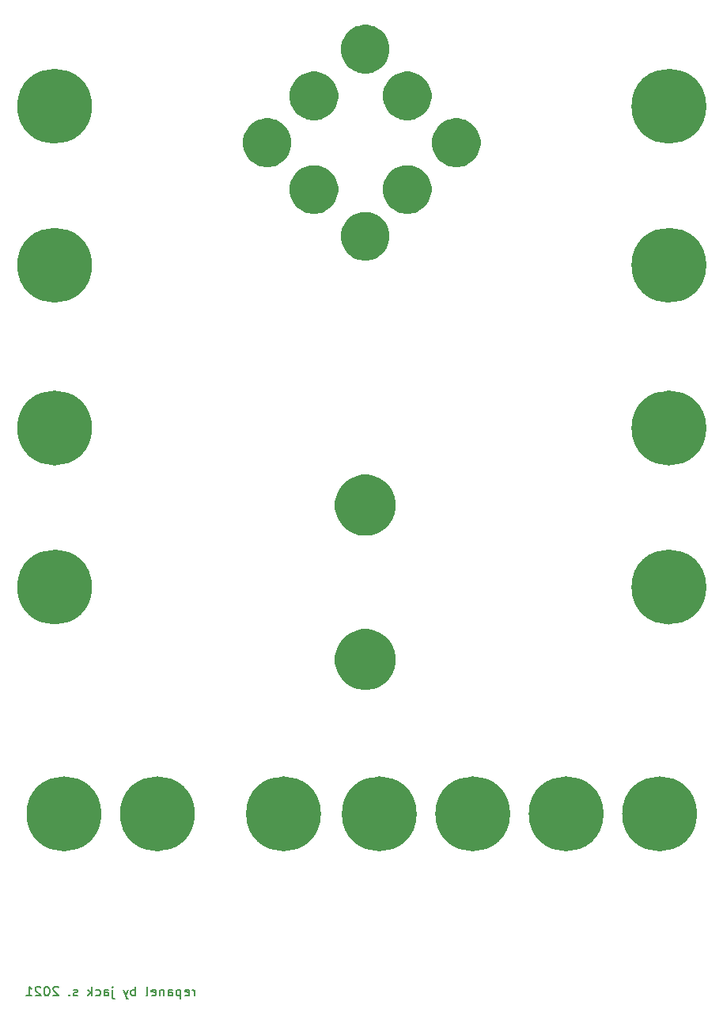
<source format=gbr>
G04 #@! TF.GenerationSoftware,KiCad,Pcbnew,(5.1.5-0)*
G04 #@! TF.CreationDate,2021-01-20T17:05:57-08:00*
G04 #@! TF.ProjectId,1050mixerseq,31303530-6d69-4786-9572-7365712e6b69,rev?*
G04 #@! TF.SameCoordinates,Original*
G04 #@! TF.FileFunction,Soldermask,Bot*
G04 #@! TF.FilePolarity,Negative*
%FSLAX46Y46*%
G04 Gerber Fmt 4.6, Leading zero omitted, Abs format (unit mm)*
G04 Created by KiCad (PCBNEW (5.1.5-0)) date 2021-01-20 17:05:57*
%MOMM*%
%LPD*%
G04 APERTURE LIST*
%ADD10C,1.000000*%
%ADD11C,0.150000*%
%ADD12C,0.100000*%
G04 APERTURE END LIST*
D10*
X12250000Y-102000000D02*
G75*
G03X12250000Y-102000000I-3500000J0D01*
G01*
X22250000Y-102000000D02*
G75*
G03X22250000Y-102000000I-3500000J0D01*
G01*
X35750000Y-102000000D02*
G75*
G03X35750000Y-102000000I-3500000J0D01*
G01*
X77000000Y-60750000D02*
G75*
G03X77000000Y-60750000I-3500000J0D01*
G01*
X77000000Y-43350000D02*
G75*
G03X77000000Y-43350000I-3500000J0D01*
G01*
X77000000Y-26350000D02*
G75*
G03X77000000Y-26350000I-3500000J0D01*
G01*
X77000000Y-77750000D02*
G75*
G03X77000000Y-77750000I-3500000J0D01*
G01*
X11250000Y-26350000D02*
G75*
G03X11250000Y-26350000I-3500000J0D01*
G01*
X76000000Y-102000000D02*
G75*
G03X76000000Y-102000000I-3500000J0D01*
G01*
X11250000Y-77750000D02*
G75*
G03X11250000Y-77750000I-3500000J0D01*
G01*
X11250000Y-43350000D02*
G75*
G03X11250000Y-43350000I-3500000J0D01*
G01*
D11*
X22726190Y-121452380D02*
X22726190Y-120785714D01*
X22726190Y-120976190D02*
X22678571Y-120880952D01*
X22630952Y-120833333D01*
X22535714Y-120785714D01*
X22440476Y-120785714D01*
X21726190Y-121404761D02*
X21821428Y-121452380D01*
X22011904Y-121452380D01*
X22107142Y-121404761D01*
X22154761Y-121309523D01*
X22154761Y-120928571D01*
X22107142Y-120833333D01*
X22011904Y-120785714D01*
X21821428Y-120785714D01*
X21726190Y-120833333D01*
X21678571Y-120928571D01*
X21678571Y-121023809D01*
X22154761Y-121119047D01*
X21250000Y-120785714D02*
X21250000Y-121785714D01*
X21250000Y-120833333D02*
X21154761Y-120785714D01*
X20964285Y-120785714D01*
X20869047Y-120833333D01*
X20821428Y-120880952D01*
X20773809Y-120976190D01*
X20773809Y-121261904D01*
X20821428Y-121357142D01*
X20869047Y-121404761D01*
X20964285Y-121452380D01*
X21154761Y-121452380D01*
X21250000Y-121404761D01*
X19916666Y-121452380D02*
X19916666Y-120928571D01*
X19964285Y-120833333D01*
X20059523Y-120785714D01*
X20250000Y-120785714D01*
X20345238Y-120833333D01*
X19916666Y-121404761D02*
X20011904Y-121452380D01*
X20250000Y-121452380D01*
X20345238Y-121404761D01*
X20392857Y-121309523D01*
X20392857Y-121214285D01*
X20345238Y-121119047D01*
X20250000Y-121071428D01*
X20011904Y-121071428D01*
X19916666Y-121023809D01*
X19440476Y-120785714D02*
X19440476Y-121452380D01*
X19440476Y-120880952D02*
X19392857Y-120833333D01*
X19297619Y-120785714D01*
X19154761Y-120785714D01*
X19059523Y-120833333D01*
X19011904Y-120928571D01*
X19011904Y-121452380D01*
X18154761Y-121404761D02*
X18250000Y-121452380D01*
X18440476Y-121452380D01*
X18535714Y-121404761D01*
X18583333Y-121309523D01*
X18583333Y-120928571D01*
X18535714Y-120833333D01*
X18440476Y-120785714D01*
X18250000Y-120785714D01*
X18154761Y-120833333D01*
X18107142Y-120928571D01*
X18107142Y-121023809D01*
X18583333Y-121119047D01*
X17535714Y-121452380D02*
X17630952Y-121404761D01*
X17678571Y-121309523D01*
X17678571Y-120452380D01*
X16392857Y-121452380D02*
X16392857Y-120452380D01*
X16392857Y-120833333D02*
X16297619Y-120785714D01*
X16107142Y-120785714D01*
X16011904Y-120833333D01*
X15964285Y-120880952D01*
X15916666Y-120976190D01*
X15916666Y-121261904D01*
X15964285Y-121357142D01*
X16011904Y-121404761D01*
X16107142Y-121452380D01*
X16297619Y-121452380D01*
X16392857Y-121404761D01*
X15583333Y-120785714D02*
X15345238Y-121452380D01*
X15107142Y-120785714D02*
X15345238Y-121452380D01*
X15440476Y-121690476D01*
X15488095Y-121738095D01*
X15583333Y-121785714D01*
X13964285Y-120785714D02*
X13964285Y-121642857D01*
X14011904Y-121738095D01*
X14107142Y-121785714D01*
X14154761Y-121785714D01*
X13964285Y-120452380D02*
X14011904Y-120500000D01*
X13964285Y-120547619D01*
X13916666Y-120500000D01*
X13964285Y-120452380D01*
X13964285Y-120547619D01*
X13059523Y-121452380D02*
X13059523Y-120928571D01*
X13107142Y-120833333D01*
X13202380Y-120785714D01*
X13392857Y-120785714D01*
X13488095Y-120833333D01*
X13059523Y-121404761D02*
X13154761Y-121452380D01*
X13392857Y-121452380D01*
X13488095Y-121404761D01*
X13535714Y-121309523D01*
X13535714Y-121214285D01*
X13488095Y-121119047D01*
X13392857Y-121071428D01*
X13154761Y-121071428D01*
X13059523Y-121023809D01*
X12154761Y-121404761D02*
X12250000Y-121452380D01*
X12440476Y-121452380D01*
X12535714Y-121404761D01*
X12583333Y-121357142D01*
X12630952Y-121261904D01*
X12630952Y-120976190D01*
X12583333Y-120880952D01*
X12535714Y-120833333D01*
X12440476Y-120785714D01*
X12250000Y-120785714D01*
X12154761Y-120833333D01*
X11726190Y-121452380D02*
X11726190Y-120452380D01*
X11630952Y-121071428D02*
X11345238Y-121452380D01*
X11345238Y-120785714D02*
X11726190Y-121166666D01*
X10202380Y-121404761D02*
X10107142Y-121452380D01*
X9916666Y-121452380D01*
X9821428Y-121404761D01*
X9773809Y-121309523D01*
X9773809Y-121261904D01*
X9821428Y-121166666D01*
X9916666Y-121119047D01*
X10059523Y-121119047D01*
X10154761Y-121071428D01*
X10202380Y-120976190D01*
X10202380Y-120928571D01*
X10154761Y-120833333D01*
X10059523Y-120785714D01*
X9916666Y-120785714D01*
X9821428Y-120833333D01*
X9345238Y-121357142D02*
X9297619Y-121404761D01*
X9345238Y-121452380D01*
X9392857Y-121404761D01*
X9345238Y-121357142D01*
X9345238Y-121452380D01*
X8154761Y-120547619D02*
X8107142Y-120500000D01*
X8011904Y-120452380D01*
X7773809Y-120452380D01*
X7678571Y-120500000D01*
X7630952Y-120547619D01*
X7583333Y-120642857D01*
X7583333Y-120738095D01*
X7630952Y-120880952D01*
X8202380Y-121452380D01*
X7583333Y-121452380D01*
X6964285Y-120452380D02*
X6869047Y-120452380D01*
X6773809Y-120500000D01*
X6726190Y-120547619D01*
X6678571Y-120642857D01*
X6630952Y-120833333D01*
X6630952Y-121071428D01*
X6678571Y-121261904D01*
X6726190Y-121357142D01*
X6773809Y-121404761D01*
X6869047Y-121452380D01*
X6964285Y-121452380D01*
X7059523Y-121404761D01*
X7107142Y-121357142D01*
X7154761Y-121261904D01*
X7202380Y-121071428D01*
X7202380Y-120833333D01*
X7154761Y-120642857D01*
X7107142Y-120547619D01*
X7059523Y-120500000D01*
X6964285Y-120452380D01*
X6250000Y-120547619D02*
X6202380Y-120500000D01*
X6107142Y-120452380D01*
X5869047Y-120452380D01*
X5773809Y-120500000D01*
X5726190Y-120547619D01*
X5678571Y-120642857D01*
X5678571Y-120738095D01*
X5726190Y-120880952D01*
X6297619Y-121452380D01*
X5678571Y-121452380D01*
X4726190Y-121452380D02*
X5297619Y-121452380D01*
X5011904Y-121452380D02*
X5011904Y-120452380D01*
X5107142Y-120595238D01*
X5202380Y-120690476D01*
X5297619Y-120738095D01*
D10*
X11250000Y-60750000D02*
G75*
G03X11250000Y-60750000I-3500000J0D01*
G01*
X46000000Y-102000000D02*
G75*
G03X46000000Y-102000000I-3500000J0D01*
G01*
X56000000Y-102000000D02*
G75*
G03X56000000Y-102000000I-3500000J0D01*
G01*
X66000000Y-102000000D02*
G75*
G03X66000000Y-102000000I-3500000J0D01*
G01*
D12*
G36*
X73104975Y-98958585D02*
G01*
X73404528Y-99018170D01*
X73968874Y-99251930D01*
X74476772Y-99591296D01*
X74908704Y-100023228D01*
X75248070Y-100531126D01*
X75481830Y-101095472D01*
X75601000Y-101694578D01*
X75601000Y-102305422D01*
X75481830Y-102904528D01*
X75248070Y-103468874D01*
X74908704Y-103976772D01*
X74476772Y-104408704D01*
X73968874Y-104748070D01*
X73404528Y-104981830D01*
X73104975Y-105041415D01*
X72805423Y-105101000D01*
X72194577Y-105101000D01*
X71895025Y-105041415D01*
X71595472Y-104981830D01*
X71031126Y-104748070D01*
X70523228Y-104408704D01*
X70091296Y-103976772D01*
X69751930Y-103468874D01*
X69518170Y-102904528D01*
X69399000Y-102305422D01*
X69399000Y-101694578D01*
X69518170Y-101095472D01*
X69751930Y-100531126D01*
X70091296Y-100023228D01*
X70523228Y-99591296D01*
X71031126Y-99251930D01*
X71595472Y-99018170D01*
X71895025Y-98958585D01*
X72194577Y-98899000D01*
X72805423Y-98899000D01*
X73104975Y-98958585D01*
G37*
G36*
X63104975Y-98958585D02*
G01*
X63404528Y-99018170D01*
X63968874Y-99251930D01*
X64476772Y-99591296D01*
X64908704Y-100023228D01*
X65248070Y-100531126D01*
X65481830Y-101095472D01*
X65601000Y-101694578D01*
X65601000Y-102305422D01*
X65481830Y-102904528D01*
X65248070Y-103468874D01*
X64908704Y-103976772D01*
X64476772Y-104408704D01*
X63968874Y-104748070D01*
X63404528Y-104981830D01*
X63104975Y-105041415D01*
X62805423Y-105101000D01*
X62194577Y-105101000D01*
X61895025Y-105041415D01*
X61595472Y-104981830D01*
X61031126Y-104748070D01*
X60523228Y-104408704D01*
X60091296Y-103976772D01*
X59751930Y-103468874D01*
X59518170Y-102904528D01*
X59399000Y-102305422D01*
X59399000Y-101694578D01*
X59518170Y-101095472D01*
X59751930Y-100531126D01*
X60091296Y-100023228D01*
X60523228Y-99591296D01*
X61031126Y-99251930D01*
X61595472Y-99018170D01*
X61895025Y-98958585D01*
X62194577Y-98899000D01*
X62805423Y-98899000D01*
X63104975Y-98958585D01*
G37*
G36*
X53104975Y-98958585D02*
G01*
X53404528Y-99018170D01*
X53968874Y-99251930D01*
X54476772Y-99591296D01*
X54908704Y-100023228D01*
X55248070Y-100531126D01*
X55481830Y-101095472D01*
X55601000Y-101694578D01*
X55601000Y-102305422D01*
X55481830Y-102904528D01*
X55248070Y-103468874D01*
X54908704Y-103976772D01*
X54476772Y-104408704D01*
X53968874Y-104748070D01*
X53404528Y-104981830D01*
X53104975Y-105041415D01*
X52805423Y-105101000D01*
X52194577Y-105101000D01*
X51895025Y-105041415D01*
X51595472Y-104981830D01*
X51031126Y-104748070D01*
X50523228Y-104408704D01*
X50091296Y-103976772D01*
X49751930Y-103468874D01*
X49518170Y-102904528D01*
X49399000Y-102305422D01*
X49399000Y-101694578D01*
X49518170Y-101095472D01*
X49751930Y-100531126D01*
X50091296Y-100023228D01*
X50523228Y-99591296D01*
X51031126Y-99251930D01*
X51595472Y-99018170D01*
X51895025Y-98958585D01*
X52194577Y-98899000D01*
X52805423Y-98899000D01*
X53104975Y-98958585D01*
G37*
G36*
X43104975Y-98958585D02*
G01*
X43404528Y-99018170D01*
X43968874Y-99251930D01*
X44476772Y-99591296D01*
X44908704Y-100023228D01*
X45248070Y-100531126D01*
X45481830Y-101095472D01*
X45601000Y-101694578D01*
X45601000Y-102305422D01*
X45481830Y-102904528D01*
X45248070Y-103468874D01*
X44908704Y-103976772D01*
X44476772Y-104408704D01*
X43968874Y-104748070D01*
X43404528Y-104981830D01*
X43104975Y-105041415D01*
X42805423Y-105101000D01*
X42194577Y-105101000D01*
X41895025Y-105041415D01*
X41595472Y-104981830D01*
X41031126Y-104748070D01*
X40523228Y-104408704D01*
X40091296Y-103976772D01*
X39751930Y-103468874D01*
X39518170Y-102904528D01*
X39399000Y-102305422D01*
X39399000Y-101694578D01*
X39518170Y-101095472D01*
X39751930Y-100531126D01*
X40091296Y-100023228D01*
X40523228Y-99591296D01*
X41031126Y-99251930D01*
X41595472Y-99018170D01*
X41895025Y-98958585D01*
X42194577Y-98899000D01*
X42805423Y-98899000D01*
X43104975Y-98958585D01*
G37*
G36*
X32854975Y-98958585D02*
G01*
X33154528Y-99018170D01*
X33718874Y-99251930D01*
X34226772Y-99591296D01*
X34658704Y-100023228D01*
X34998070Y-100531126D01*
X35231830Y-101095472D01*
X35351000Y-101694578D01*
X35351000Y-102305422D01*
X35231830Y-102904528D01*
X34998070Y-103468874D01*
X34658704Y-103976772D01*
X34226772Y-104408704D01*
X33718874Y-104748070D01*
X33154528Y-104981830D01*
X32854975Y-105041415D01*
X32555423Y-105101000D01*
X31944577Y-105101000D01*
X31645025Y-105041415D01*
X31345472Y-104981830D01*
X30781126Y-104748070D01*
X30273228Y-104408704D01*
X29841296Y-103976772D01*
X29501930Y-103468874D01*
X29268170Y-102904528D01*
X29149000Y-102305422D01*
X29149000Y-101694578D01*
X29268170Y-101095472D01*
X29501930Y-100531126D01*
X29841296Y-100023228D01*
X30273228Y-99591296D01*
X30781126Y-99251930D01*
X31345472Y-99018170D01*
X31645025Y-98958585D01*
X31944577Y-98899000D01*
X32555423Y-98899000D01*
X32854975Y-98958585D01*
G37*
G36*
X19354975Y-98958585D02*
G01*
X19654528Y-99018170D01*
X20218874Y-99251930D01*
X20726772Y-99591296D01*
X21158704Y-100023228D01*
X21498070Y-100531126D01*
X21731830Y-101095472D01*
X21851000Y-101694578D01*
X21851000Y-102305422D01*
X21731830Y-102904528D01*
X21498070Y-103468874D01*
X21158704Y-103976772D01*
X20726772Y-104408704D01*
X20218874Y-104748070D01*
X19654528Y-104981830D01*
X19354975Y-105041415D01*
X19055423Y-105101000D01*
X18444577Y-105101000D01*
X18145025Y-105041415D01*
X17845472Y-104981830D01*
X17281126Y-104748070D01*
X16773228Y-104408704D01*
X16341296Y-103976772D01*
X16001930Y-103468874D01*
X15768170Y-102904528D01*
X15649000Y-102305422D01*
X15649000Y-101694578D01*
X15768170Y-101095472D01*
X16001930Y-100531126D01*
X16341296Y-100023228D01*
X16773228Y-99591296D01*
X17281126Y-99251930D01*
X17845472Y-99018170D01*
X18145025Y-98958585D01*
X18444577Y-98899000D01*
X19055423Y-98899000D01*
X19354975Y-98958585D01*
G37*
G36*
X9354975Y-98958585D02*
G01*
X9654528Y-99018170D01*
X10218874Y-99251930D01*
X10726772Y-99591296D01*
X11158704Y-100023228D01*
X11498070Y-100531126D01*
X11731830Y-101095472D01*
X11851000Y-101694578D01*
X11851000Y-102305422D01*
X11731830Y-102904528D01*
X11498070Y-103468874D01*
X11158704Y-103976772D01*
X10726772Y-104408704D01*
X10218874Y-104748070D01*
X9654528Y-104981830D01*
X9354975Y-105041415D01*
X9055423Y-105101000D01*
X8444577Y-105101000D01*
X8145025Y-105041415D01*
X7845472Y-104981830D01*
X7281126Y-104748070D01*
X6773228Y-104408704D01*
X6341296Y-103976772D01*
X6001930Y-103468874D01*
X5768170Y-102904528D01*
X5649000Y-102305422D01*
X5649000Y-101694578D01*
X5768170Y-101095472D01*
X6001930Y-100531126D01*
X6341296Y-100023228D01*
X6773228Y-99591296D01*
X7281126Y-99251930D01*
X7845472Y-99018170D01*
X8145025Y-98958585D01*
X8444577Y-98899000D01*
X9055423Y-98899000D01*
X9354975Y-98958585D01*
G37*
G36*
X41634239Y-82311467D02*
G01*
X41948282Y-82373934D01*
X42539926Y-82619001D01*
X43072392Y-82974784D01*
X43525216Y-83427608D01*
X43880999Y-83960074D01*
X44126066Y-84551718D01*
X44251000Y-85179804D01*
X44251000Y-85820196D01*
X44126066Y-86448282D01*
X43880999Y-87039926D01*
X43525216Y-87572392D01*
X43072392Y-88025216D01*
X42539926Y-88380999D01*
X41948282Y-88626066D01*
X41634239Y-88688533D01*
X41320197Y-88751000D01*
X40679803Y-88751000D01*
X40365761Y-88688533D01*
X40051718Y-88626066D01*
X39460074Y-88380999D01*
X38927608Y-88025216D01*
X38474784Y-87572392D01*
X38119001Y-87039926D01*
X37873934Y-86448282D01*
X37749000Y-85820196D01*
X37749000Y-85179804D01*
X37873934Y-84551718D01*
X38119001Y-83960074D01*
X38474784Y-83427608D01*
X38927608Y-82974784D01*
X39460074Y-82619001D01*
X40051718Y-82373934D01*
X40365761Y-82311467D01*
X40679803Y-82249000D01*
X41320197Y-82249000D01*
X41634239Y-82311467D01*
G37*
G36*
X74104975Y-74708585D02*
G01*
X74404528Y-74768170D01*
X74968874Y-75001930D01*
X75476772Y-75341296D01*
X75908704Y-75773228D01*
X76248070Y-76281126D01*
X76481830Y-76845472D01*
X76601000Y-77444578D01*
X76601000Y-78055422D01*
X76481830Y-78654528D01*
X76248070Y-79218874D01*
X75908704Y-79726772D01*
X75476772Y-80158704D01*
X74968874Y-80498070D01*
X74404528Y-80731830D01*
X74104975Y-80791415D01*
X73805423Y-80851000D01*
X73194577Y-80851000D01*
X72895025Y-80791415D01*
X72595472Y-80731830D01*
X72031126Y-80498070D01*
X71523228Y-80158704D01*
X71091296Y-79726772D01*
X70751930Y-79218874D01*
X70518170Y-78654528D01*
X70399000Y-78055422D01*
X70399000Y-77444578D01*
X70518170Y-76845472D01*
X70751930Y-76281126D01*
X71091296Y-75773228D01*
X71523228Y-75341296D01*
X72031126Y-75001930D01*
X72595472Y-74768170D01*
X72895025Y-74708585D01*
X73194577Y-74649000D01*
X73805423Y-74649000D01*
X74104975Y-74708585D01*
G37*
G36*
X8354975Y-74708585D02*
G01*
X8654528Y-74768170D01*
X9218874Y-75001930D01*
X9726772Y-75341296D01*
X10158704Y-75773228D01*
X10498070Y-76281126D01*
X10731830Y-76845472D01*
X10851000Y-77444578D01*
X10851000Y-78055422D01*
X10731830Y-78654528D01*
X10498070Y-79218874D01*
X10158704Y-79726772D01*
X9726772Y-80158704D01*
X9218874Y-80498070D01*
X8654528Y-80731830D01*
X8354975Y-80791415D01*
X8055423Y-80851000D01*
X7444577Y-80851000D01*
X7145025Y-80791415D01*
X6845472Y-80731830D01*
X6281126Y-80498070D01*
X5773228Y-80158704D01*
X5341296Y-79726772D01*
X5001930Y-79218874D01*
X4768170Y-78654528D01*
X4649000Y-78055422D01*
X4649000Y-77444578D01*
X4768170Y-76845472D01*
X5001930Y-76281126D01*
X5341296Y-75773228D01*
X5773228Y-75341296D01*
X6281126Y-75001930D01*
X6845472Y-74768170D01*
X7145025Y-74708585D01*
X7444577Y-74649000D01*
X8055423Y-74649000D01*
X8354975Y-74708585D01*
G37*
G36*
X41634239Y-65811467D02*
G01*
X41948282Y-65873934D01*
X42539926Y-66119001D01*
X43072392Y-66474784D01*
X43525216Y-66927608D01*
X43880999Y-67460074D01*
X44126066Y-68051718D01*
X44251000Y-68679804D01*
X44251000Y-69320196D01*
X44126066Y-69948282D01*
X43880999Y-70539926D01*
X43525216Y-71072392D01*
X43072392Y-71525216D01*
X42539926Y-71880999D01*
X41948282Y-72126066D01*
X41634239Y-72188533D01*
X41320197Y-72251000D01*
X40679803Y-72251000D01*
X40365761Y-72188533D01*
X40051718Y-72126066D01*
X39460074Y-71880999D01*
X38927608Y-71525216D01*
X38474784Y-71072392D01*
X38119001Y-70539926D01*
X37873934Y-69948282D01*
X37749000Y-69320196D01*
X37749000Y-68679804D01*
X37873934Y-68051718D01*
X38119001Y-67460074D01*
X38474784Y-66927608D01*
X38927608Y-66474784D01*
X39460074Y-66119001D01*
X40051718Y-65873934D01*
X40365761Y-65811467D01*
X40679803Y-65749000D01*
X41320197Y-65749000D01*
X41634239Y-65811467D01*
G37*
G36*
X8354975Y-57708585D02*
G01*
X8654528Y-57768170D01*
X9218874Y-58001930D01*
X9726772Y-58341296D01*
X10158704Y-58773228D01*
X10498070Y-59281126D01*
X10731830Y-59845472D01*
X10851000Y-60444578D01*
X10851000Y-61055422D01*
X10731830Y-61654528D01*
X10498070Y-62218874D01*
X10158704Y-62726772D01*
X9726772Y-63158704D01*
X9218874Y-63498070D01*
X8654528Y-63731830D01*
X8354975Y-63791415D01*
X8055423Y-63851000D01*
X7444577Y-63851000D01*
X7145025Y-63791415D01*
X6845472Y-63731830D01*
X6281126Y-63498070D01*
X5773228Y-63158704D01*
X5341296Y-62726772D01*
X5001930Y-62218874D01*
X4768170Y-61654528D01*
X4649000Y-61055422D01*
X4649000Y-60444578D01*
X4768170Y-59845472D01*
X5001930Y-59281126D01*
X5341296Y-58773228D01*
X5773228Y-58341296D01*
X6281126Y-58001930D01*
X6845472Y-57768170D01*
X7145025Y-57708585D01*
X7444577Y-57649000D01*
X8055423Y-57649000D01*
X8354975Y-57708585D01*
G37*
G36*
X74104975Y-57708585D02*
G01*
X74404528Y-57768170D01*
X74968874Y-58001930D01*
X75476772Y-58341296D01*
X75908704Y-58773228D01*
X76248070Y-59281126D01*
X76481830Y-59845472D01*
X76601000Y-60444578D01*
X76601000Y-61055422D01*
X76481830Y-61654528D01*
X76248070Y-62218874D01*
X75908704Y-62726772D01*
X75476772Y-63158704D01*
X74968874Y-63498070D01*
X74404528Y-63731830D01*
X74104975Y-63791415D01*
X73805423Y-63851000D01*
X73194577Y-63851000D01*
X72895025Y-63791415D01*
X72595472Y-63731830D01*
X72031126Y-63498070D01*
X71523228Y-63158704D01*
X71091296Y-62726772D01*
X70751930Y-62218874D01*
X70518170Y-61654528D01*
X70399000Y-61055422D01*
X70399000Y-60444578D01*
X70518170Y-59845472D01*
X70751930Y-59281126D01*
X71091296Y-58773228D01*
X71523228Y-58341296D01*
X72031126Y-58001930D01*
X72595472Y-57768170D01*
X72895025Y-57708585D01*
X73194577Y-57649000D01*
X73805423Y-57649000D01*
X74104975Y-57708585D01*
G37*
G36*
X74104975Y-40308585D02*
G01*
X74404528Y-40368170D01*
X74968874Y-40601930D01*
X75476772Y-40941296D01*
X75908704Y-41373228D01*
X76248070Y-41881126D01*
X76481830Y-42445472D01*
X76601000Y-43044578D01*
X76601000Y-43655422D01*
X76481830Y-44254528D01*
X76248070Y-44818874D01*
X75908704Y-45326772D01*
X75476772Y-45758704D01*
X74968874Y-46098070D01*
X74404528Y-46331830D01*
X74104975Y-46391415D01*
X73805423Y-46451000D01*
X73194577Y-46451000D01*
X72895025Y-46391415D01*
X72595472Y-46331830D01*
X72031126Y-46098070D01*
X71523228Y-45758704D01*
X71091296Y-45326772D01*
X70751930Y-44818874D01*
X70518170Y-44254528D01*
X70399000Y-43655422D01*
X70399000Y-43044578D01*
X70518170Y-42445472D01*
X70751930Y-41881126D01*
X71091296Y-41373228D01*
X71523228Y-40941296D01*
X72031126Y-40601930D01*
X72595472Y-40368170D01*
X72895025Y-40308585D01*
X73194577Y-40249000D01*
X73805423Y-40249000D01*
X74104975Y-40308585D01*
G37*
G36*
X8354975Y-40308585D02*
G01*
X8654528Y-40368170D01*
X9218874Y-40601930D01*
X9726772Y-40941296D01*
X10158704Y-41373228D01*
X10498070Y-41881126D01*
X10731830Y-42445472D01*
X10851000Y-43044578D01*
X10851000Y-43655422D01*
X10731830Y-44254528D01*
X10498070Y-44818874D01*
X10158704Y-45326772D01*
X9726772Y-45758704D01*
X9218874Y-46098070D01*
X8654528Y-46331830D01*
X8354975Y-46391415D01*
X8055423Y-46451000D01*
X7444577Y-46451000D01*
X7145025Y-46391415D01*
X6845472Y-46331830D01*
X6281126Y-46098070D01*
X5773228Y-45758704D01*
X5341296Y-45326772D01*
X5001930Y-44818874D01*
X4768170Y-44254528D01*
X4649000Y-43655422D01*
X4649000Y-43044578D01*
X4768170Y-42445472D01*
X5001930Y-41881126D01*
X5341296Y-41373228D01*
X5773228Y-40941296D01*
X6281126Y-40601930D01*
X6845472Y-40368170D01*
X7145025Y-40308585D01*
X7444577Y-40249000D01*
X8055423Y-40249000D01*
X8354975Y-40308585D01*
G37*
G36*
X41507430Y-37698977D02*
G01*
X41758684Y-37748955D01*
X41954752Y-37830169D01*
X42232034Y-37945023D01*
X42232035Y-37945024D01*
X42658041Y-38229671D01*
X43020329Y-38591959D01*
X43210524Y-38876607D01*
X43304977Y-39017966D01*
X43501045Y-39491317D01*
X43601000Y-39993823D01*
X43601000Y-40506177D01*
X43501045Y-41008683D01*
X43304977Y-41482034D01*
X43304976Y-41482035D01*
X43020329Y-41908041D01*
X42658041Y-42270329D01*
X42395920Y-42445472D01*
X42232034Y-42554977D01*
X41954752Y-42669831D01*
X41758684Y-42751045D01*
X41507430Y-42801023D01*
X41256177Y-42851000D01*
X40743823Y-42851000D01*
X40492570Y-42801023D01*
X40241316Y-42751045D01*
X40045248Y-42669831D01*
X39767966Y-42554977D01*
X39604080Y-42445472D01*
X39341959Y-42270329D01*
X38979671Y-41908041D01*
X38695024Y-41482035D01*
X38695023Y-41482034D01*
X38498955Y-41008683D01*
X38399000Y-40506177D01*
X38399000Y-39993823D01*
X38498955Y-39491317D01*
X38695023Y-39017966D01*
X38789476Y-38876607D01*
X38979671Y-38591959D01*
X39341959Y-38229671D01*
X39767965Y-37945024D01*
X39767966Y-37945023D01*
X40045248Y-37830169D01*
X40241316Y-37748955D01*
X40492570Y-37698977D01*
X40743823Y-37649000D01*
X41256177Y-37649000D01*
X41507430Y-37698977D01*
G37*
G36*
X36007430Y-32698977D02*
G01*
X36258684Y-32748955D01*
X36454752Y-32830169D01*
X36732034Y-32945023D01*
X36732035Y-32945024D01*
X37158041Y-33229671D01*
X37520329Y-33591959D01*
X37710524Y-33876607D01*
X37804977Y-34017966D01*
X38001045Y-34491317D01*
X38101000Y-34993823D01*
X38101000Y-35506177D01*
X38001045Y-36008683D01*
X37804977Y-36482034D01*
X37804976Y-36482035D01*
X37520329Y-36908041D01*
X37158041Y-37270329D01*
X36873393Y-37460524D01*
X36732034Y-37554977D01*
X36505042Y-37649000D01*
X36258684Y-37751045D01*
X36007430Y-37801023D01*
X35756177Y-37851000D01*
X35243823Y-37851000D01*
X34992570Y-37801023D01*
X34741316Y-37751045D01*
X34494958Y-37649000D01*
X34267966Y-37554977D01*
X34126607Y-37460524D01*
X33841959Y-37270329D01*
X33479671Y-36908041D01*
X33195024Y-36482035D01*
X33195023Y-36482034D01*
X32998955Y-36008683D01*
X32899000Y-35506177D01*
X32899000Y-34993823D01*
X32998955Y-34491317D01*
X33195023Y-34017966D01*
X33289476Y-33876607D01*
X33479671Y-33591959D01*
X33841959Y-33229671D01*
X34267965Y-32945024D01*
X34267966Y-32945023D01*
X34545248Y-32830169D01*
X34741316Y-32748955D01*
X34992570Y-32698977D01*
X35243823Y-32649000D01*
X35756177Y-32649000D01*
X36007430Y-32698977D01*
G37*
G36*
X46007430Y-32698977D02*
G01*
X46258684Y-32748955D01*
X46454752Y-32830169D01*
X46732034Y-32945023D01*
X46732035Y-32945024D01*
X47158041Y-33229671D01*
X47520329Y-33591959D01*
X47710524Y-33876607D01*
X47804977Y-34017966D01*
X48001045Y-34491317D01*
X48101000Y-34993823D01*
X48101000Y-35506177D01*
X48001045Y-36008683D01*
X47804977Y-36482034D01*
X47804976Y-36482035D01*
X47520329Y-36908041D01*
X47158041Y-37270329D01*
X46873393Y-37460524D01*
X46732034Y-37554977D01*
X46505042Y-37649000D01*
X46258684Y-37751045D01*
X46007430Y-37801023D01*
X45756177Y-37851000D01*
X45243823Y-37851000D01*
X44992570Y-37801023D01*
X44741316Y-37751045D01*
X44494958Y-37649000D01*
X44267966Y-37554977D01*
X44126607Y-37460524D01*
X43841959Y-37270329D01*
X43479671Y-36908041D01*
X43195024Y-36482035D01*
X43195023Y-36482034D01*
X42998955Y-36008683D01*
X42899000Y-35506177D01*
X42899000Y-34993823D01*
X42998955Y-34491317D01*
X43195023Y-34017966D01*
X43289476Y-33876607D01*
X43479671Y-33591959D01*
X43841959Y-33229671D01*
X44267965Y-32945024D01*
X44267966Y-32945023D01*
X44545248Y-32830169D01*
X44741316Y-32748955D01*
X44992570Y-32698977D01*
X45243823Y-32649000D01*
X45756177Y-32649000D01*
X46007430Y-32698977D01*
G37*
G36*
X51257430Y-27698977D02*
G01*
X51508684Y-27748955D01*
X51677478Y-27818872D01*
X51982034Y-27945023D01*
X51982035Y-27945024D01*
X52408041Y-28229671D01*
X52770329Y-28591959D01*
X52881744Y-28758704D01*
X53054977Y-29017966D01*
X53169831Y-29295248D01*
X53234346Y-29451000D01*
X53251045Y-29491317D01*
X53351000Y-29993823D01*
X53351000Y-30506177D01*
X53251045Y-31008683D01*
X53054977Y-31482034D01*
X53054976Y-31482035D01*
X52770329Y-31908041D01*
X52408041Y-32270329D01*
X52123393Y-32460524D01*
X51982034Y-32554977D01*
X51755042Y-32649000D01*
X51508684Y-32751045D01*
X51257430Y-32801023D01*
X51006177Y-32851000D01*
X50493823Y-32851000D01*
X50242570Y-32801023D01*
X49991316Y-32751045D01*
X49744958Y-32649000D01*
X49517966Y-32554977D01*
X49376607Y-32460524D01*
X49091959Y-32270329D01*
X48729671Y-31908041D01*
X48445024Y-31482035D01*
X48445023Y-31482034D01*
X48248955Y-31008683D01*
X48149000Y-30506177D01*
X48149000Y-29993823D01*
X48248955Y-29491317D01*
X48265655Y-29451000D01*
X48330169Y-29295248D01*
X48445023Y-29017966D01*
X48618256Y-28758704D01*
X48729671Y-28591959D01*
X49091959Y-28229671D01*
X49517965Y-27945024D01*
X49517966Y-27945023D01*
X49822522Y-27818872D01*
X49991316Y-27748955D01*
X50242570Y-27698977D01*
X50493823Y-27649000D01*
X51006177Y-27649000D01*
X51257430Y-27698977D01*
G37*
G36*
X31007430Y-27698977D02*
G01*
X31258684Y-27748955D01*
X31427478Y-27818872D01*
X31732034Y-27945023D01*
X31732035Y-27945024D01*
X32158041Y-28229671D01*
X32520329Y-28591959D01*
X32631744Y-28758704D01*
X32804977Y-29017966D01*
X32919831Y-29295248D01*
X32984346Y-29451000D01*
X33001045Y-29491317D01*
X33101000Y-29993823D01*
X33101000Y-30506177D01*
X33001045Y-31008683D01*
X32804977Y-31482034D01*
X32804976Y-31482035D01*
X32520329Y-31908041D01*
X32158041Y-32270329D01*
X31873393Y-32460524D01*
X31732034Y-32554977D01*
X31505042Y-32649000D01*
X31258684Y-32751045D01*
X31007430Y-32801023D01*
X30756177Y-32851000D01*
X30243823Y-32851000D01*
X29992570Y-32801023D01*
X29741316Y-32751045D01*
X29494958Y-32649000D01*
X29267966Y-32554977D01*
X29126607Y-32460524D01*
X28841959Y-32270329D01*
X28479671Y-31908041D01*
X28195024Y-31482035D01*
X28195023Y-31482034D01*
X27998955Y-31008683D01*
X27899000Y-30506177D01*
X27899000Y-29993823D01*
X27998955Y-29491317D01*
X28015655Y-29451000D01*
X28080169Y-29295248D01*
X28195023Y-29017966D01*
X28368256Y-28758704D01*
X28479671Y-28591959D01*
X28841959Y-28229671D01*
X29267965Y-27945024D01*
X29267966Y-27945023D01*
X29572522Y-27818872D01*
X29741316Y-27748955D01*
X29992570Y-27698977D01*
X30243823Y-27649000D01*
X30756177Y-27649000D01*
X31007430Y-27698977D01*
G37*
G36*
X8354975Y-23308585D02*
G01*
X8654528Y-23368170D01*
X9053580Y-23533463D01*
X9194805Y-23591960D01*
X9218874Y-23601930D01*
X9726772Y-23941296D01*
X10158704Y-24373228D01*
X10237608Y-24491317D01*
X10498071Y-24881128D01*
X10731830Y-25445473D01*
X10851000Y-26044577D01*
X10851000Y-26655423D01*
X10731830Y-27254527D01*
X10527032Y-27748955D01*
X10498070Y-27818874D01*
X10158704Y-28326772D01*
X9726772Y-28758704D01*
X9218874Y-29098070D01*
X8654528Y-29331830D01*
X8354975Y-29391415D01*
X8055423Y-29451000D01*
X7444577Y-29451000D01*
X7145025Y-29391415D01*
X6845472Y-29331830D01*
X6281126Y-29098070D01*
X5773228Y-28758704D01*
X5341296Y-28326772D01*
X5001930Y-27818874D01*
X4972969Y-27748955D01*
X4768170Y-27254527D01*
X4649000Y-26655423D01*
X4649000Y-26044577D01*
X4768170Y-25445473D01*
X5001929Y-24881128D01*
X5262392Y-24491317D01*
X5341296Y-24373228D01*
X5773228Y-23941296D01*
X6281126Y-23601930D01*
X6305196Y-23591960D01*
X6446420Y-23533463D01*
X6845472Y-23368170D01*
X7145025Y-23308585D01*
X7444577Y-23249000D01*
X8055423Y-23249000D01*
X8354975Y-23308585D01*
G37*
G36*
X74104975Y-23308585D02*
G01*
X74404528Y-23368170D01*
X74803580Y-23533463D01*
X74944805Y-23591960D01*
X74968874Y-23601930D01*
X75476772Y-23941296D01*
X75908704Y-24373228D01*
X75987608Y-24491317D01*
X76248071Y-24881128D01*
X76481830Y-25445473D01*
X76601000Y-26044577D01*
X76601000Y-26655423D01*
X76481830Y-27254527D01*
X76277032Y-27748955D01*
X76248070Y-27818874D01*
X75908704Y-28326772D01*
X75476772Y-28758704D01*
X74968874Y-29098070D01*
X74404528Y-29331830D01*
X74104975Y-29391415D01*
X73805423Y-29451000D01*
X73194577Y-29451000D01*
X72895025Y-29391415D01*
X72595472Y-29331830D01*
X72031126Y-29098070D01*
X71523228Y-28758704D01*
X71091296Y-28326772D01*
X70751930Y-27818874D01*
X70722969Y-27748955D01*
X70518170Y-27254527D01*
X70399000Y-26655423D01*
X70399000Y-26044577D01*
X70518170Y-25445473D01*
X70751929Y-24881128D01*
X71012392Y-24491317D01*
X71091296Y-24373228D01*
X71523228Y-23941296D01*
X72031126Y-23601930D01*
X72055196Y-23591960D01*
X72196420Y-23533463D01*
X72595472Y-23368170D01*
X72895025Y-23308585D01*
X73194577Y-23249000D01*
X73805423Y-23249000D01*
X74104975Y-23308585D01*
G37*
G36*
X36007430Y-22698978D02*
G01*
X36258684Y-22748955D01*
X36454752Y-22830169D01*
X36732034Y-22945023D01*
X36732035Y-22945024D01*
X37158041Y-23229671D01*
X37520329Y-23591959D01*
X37526991Y-23601930D01*
X37804977Y-24017966D01*
X37919831Y-24295248D01*
X38001045Y-24491316D01*
X38101000Y-24993824D01*
X38101000Y-25506176D01*
X38001045Y-26008684D01*
X37986177Y-26044578D01*
X37804977Y-26482034D01*
X37804976Y-26482035D01*
X37520329Y-26908041D01*
X37158041Y-27270329D01*
X36873393Y-27460524D01*
X36732034Y-27554977D01*
X36505042Y-27649000D01*
X36258684Y-27751045D01*
X36007430Y-27801022D01*
X35756177Y-27851000D01*
X35243823Y-27851000D01*
X34992570Y-27801022D01*
X34741316Y-27751045D01*
X34494958Y-27649000D01*
X34267966Y-27554977D01*
X34126607Y-27460524D01*
X33841959Y-27270329D01*
X33479671Y-26908041D01*
X33195024Y-26482035D01*
X33195023Y-26482034D01*
X33013823Y-26044578D01*
X32998955Y-26008684D01*
X32899000Y-25506176D01*
X32899000Y-24993824D01*
X32998955Y-24491316D01*
X33080169Y-24295248D01*
X33195023Y-24017966D01*
X33473009Y-23601930D01*
X33479671Y-23591959D01*
X33841959Y-23229671D01*
X34267965Y-22945024D01*
X34267966Y-22945023D01*
X34545248Y-22830169D01*
X34741316Y-22748955D01*
X34992570Y-22698978D01*
X35243823Y-22649000D01*
X35756177Y-22649000D01*
X36007430Y-22698978D01*
G37*
G36*
X46007430Y-22698978D02*
G01*
X46258684Y-22748955D01*
X46454752Y-22830169D01*
X46732034Y-22945023D01*
X46732035Y-22945024D01*
X47158041Y-23229671D01*
X47520329Y-23591959D01*
X47526991Y-23601930D01*
X47804977Y-24017966D01*
X47919831Y-24295248D01*
X48001045Y-24491316D01*
X48101000Y-24993824D01*
X48101000Y-25506176D01*
X48001045Y-26008684D01*
X47986177Y-26044578D01*
X47804977Y-26482034D01*
X47804976Y-26482035D01*
X47520329Y-26908041D01*
X47158041Y-27270329D01*
X46873393Y-27460524D01*
X46732034Y-27554977D01*
X46505042Y-27649000D01*
X46258684Y-27751045D01*
X46007430Y-27801022D01*
X45756177Y-27851000D01*
X45243823Y-27851000D01*
X44992570Y-27801022D01*
X44741316Y-27751045D01*
X44494958Y-27649000D01*
X44267966Y-27554977D01*
X44126607Y-27460524D01*
X43841959Y-27270329D01*
X43479671Y-26908041D01*
X43195024Y-26482035D01*
X43195023Y-26482034D01*
X43013823Y-26044578D01*
X42998955Y-26008684D01*
X42899000Y-25506176D01*
X42899000Y-24993824D01*
X42998955Y-24491316D01*
X43080169Y-24295248D01*
X43195023Y-24017966D01*
X43473009Y-23601930D01*
X43479671Y-23591959D01*
X43841959Y-23229671D01*
X44267965Y-22945024D01*
X44267966Y-22945023D01*
X44545248Y-22830169D01*
X44741316Y-22748955D01*
X44992570Y-22698978D01*
X45243823Y-22649000D01*
X45756177Y-22649000D01*
X46007430Y-22698978D01*
G37*
G36*
X41507430Y-17698977D02*
G01*
X41758684Y-17748955D01*
X41954752Y-17830169D01*
X42232034Y-17945023D01*
X42232035Y-17945024D01*
X42658041Y-18229671D01*
X43020329Y-18591959D01*
X43210524Y-18876607D01*
X43304977Y-19017966D01*
X43501045Y-19491317D01*
X43601000Y-19993823D01*
X43601000Y-20506177D01*
X43501045Y-21008683D01*
X43304977Y-21482034D01*
X43304976Y-21482035D01*
X43020329Y-21908041D01*
X42658041Y-22270329D01*
X42373393Y-22460524D01*
X42232034Y-22554977D01*
X42005042Y-22649000D01*
X41758684Y-22751045D01*
X41507430Y-22801023D01*
X41256177Y-22851000D01*
X40743823Y-22851000D01*
X40492570Y-22801022D01*
X40241316Y-22751045D01*
X39994958Y-22649000D01*
X39767966Y-22554977D01*
X39626607Y-22460524D01*
X39341959Y-22270329D01*
X38979671Y-21908041D01*
X38695024Y-21482035D01*
X38695023Y-21482034D01*
X38498955Y-21008683D01*
X38399000Y-20506177D01*
X38399000Y-19993823D01*
X38498955Y-19491317D01*
X38695023Y-19017966D01*
X38789476Y-18876607D01*
X38979671Y-18591959D01*
X39341959Y-18229671D01*
X39767965Y-17945024D01*
X39767966Y-17945023D01*
X40045248Y-17830169D01*
X40241316Y-17748955D01*
X40492570Y-17698977D01*
X40743823Y-17649000D01*
X41256177Y-17649000D01*
X41507430Y-17698977D01*
G37*
M02*

</source>
